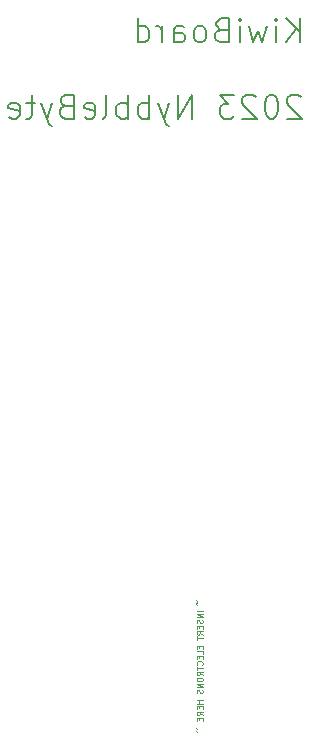
<source format=gbr>
%TF.GenerationSoftware,KiCad,Pcbnew,7.0.1*%
%TF.CreationDate,2023-03-31T16:58:59-04:00*%
%TF.ProjectId,KiwiBoard,4b697769-426f-4617-9264-2e6b69636164,rev?*%
%TF.SameCoordinates,Original*%
%TF.FileFunction,Legend,Bot*%
%TF.FilePolarity,Positive*%
%FSLAX46Y46*%
G04 Gerber Fmt 4.6, Leading zero omitted, Abs format (unit mm)*
G04 Created by KiCad (PCBNEW 7.0.1) date 2023-03-31 16:58:59*
%MOMM*%
%LPD*%
G01*
G04 APERTURE LIST*
%ADD10C,0.125000*%
%ADD11C,0.150000*%
G04 APERTURE END LIST*
D10*
X86862428Y-97075619D02*
X86791000Y-97170857D01*
X86791000Y-97170857D02*
X86862428Y-97266095D01*
X86862428Y-97361333D02*
X86791000Y-97456571D01*
X86791000Y-97456571D02*
X86862428Y-97551809D01*
X87314809Y-98099427D02*
X86814809Y-98099427D01*
X87314809Y-98337522D02*
X86814809Y-98337522D01*
X86814809Y-98337522D02*
X87314809Y-98623236D01*
X87314809Y-98623236D02*
X86814809Y-98623236D01*
X87291000Y-98837523D02*
X87314809Y-98908951D01*
X87314809Y-98908951D02*
X87314809Y-99027999D01*
X87314809Y-99027999D02*
X87291000Y-99075618D01*
X87291000Y-99075618D02*
X87267190Y-99099427D01*
X87267190Y-99099427D02*
X87219571Y-99123237D01*
X87219571Y-99123237D02*
X87171952Y-99123237D01*
X87171952Y-99123237D02*
X87124333Y-99099427D01*
X87124333Y-99099427D02*
X87100523Y-99075618D01*
X87100523Y-99075618D02*
X87076714Y-99027999D01*
X87076714Y-99027999D02*
X87052904Y-98932761D01*
X87052904Y-98932761D02*
X87029095Y-98885142D01*
X87029095Y-98885142D02*
X87005285Y-98861332D01*
X87005285Y-98861332D02*
X86957666Y-98837523D01*
X86957666Y-98837523D02*
X86910047Y-98837523D01*
X86910047Y-98837523D02*
X86862428Y-98861332D01*
X86862428Y-98861332D02*
X86838619Y-98885142D01*
X86838619Y-98885142D02*
X86814809Y-98932761D01*
X86814809Y-98932761D02*
X86814809Y-99051808D01*
X86814809Y-99051808D02*
X86838619Y-99123237D01*
X87052904Y-99337522D02*
X87052904Y-99504189D01*
X87314809Y-99575617D02*
X87314809Y-99337522D01*
X87314809Y-99337522D02*
X86814809Y-99337522D01*
X86814809Y-99337522D02*
X86814809Y-99575617D01*
X87314809Y-100075617D02*
X87076714Y-99908951D01*
X87314809Y-99789903D02*
X86814809Y-99789903D01*
X86814809Y-99789903D02*
X86814809Y-99980379D01*
X86814809Y-99980379D02*
X86838619Y-100027998D01*
X86838619Y-100027998D02*
X86862428Y-100051808D01*
X86862428Y-100051808D02*
X86910047Y-100075617D01*
X86910047Y-100075617D02*
X86981476Y-100075617D01*
X86981476Y-100075617D02*
X87029095Y-100051808D01*
X87029095Y-100051808D02*
X87052904Y-100027998D01*
X87052904Y-100027998D02*
X87076714Y-99980379D01*
X87076714Y-99980379D02*
X87076714Y-99789903D01*
X86814809Y-100218475D02*
X86814809Y-100504189D01*
X87314809Y-100361332D02*
X86814809Y-100361332D01*
X87052904Y-101051807D02*
X87052904Y-101218474D01*
X87314809Y-101289902D02*
X87314809Y-101051807D01*
X87314809Y-101051807D02*
X86814809Y-101051807D01*
X86814809Y-101051807D02*
X86814809Y-101289902D01*
X87314809Y-101742283D02*
X87314809Y-101504188D01*
X87314809Y-101504188D02*
X86814809Y-101504188D01*
X87052904Y-101908950D02*
X87052904Y-102075617D01*
X87314809Y-102147045D02*
X87314809Y-101908950D01*
X87314809Y-101908950D02*
X86814809Y-101908950D01*
X86814809Y-101908950D02*
X86814809Y-102147045D01*
X87267190Y-102647045D02*
X87291000Y-102623236D01*
X87291000Y-102623236D02*
X87314809Y-102551807D01*
X87314809Y-102551807D02*
X87314809Y-102504188D01*
X87314809Y-102504188D02*
X87291000Y-102432760D01*
X87291000Y-102432760D02*
X87243380Y-102385141D01*
X87243380Y-102385141D02*
X87195761Y-102361331D01*
X87195761Y-102361331D02*
X87100523Y-102337522D01*
X87100523Y-102337522D02*
X87029095Y-102337522D01*
X87029095Y-102337522D02*
X86933857Y-102361331D01*
X86933857Y-102361331D02*
X86886238Y-102385141D01*
X86886238Y-102385141D02*
X86838619Y-102432760D01*
X86838619Y-102432760D02*
X86814809Y-102504188D01*
X86814809Y-102504188D02*
X86814809Y-102551807D01*
X86814809Y-102551807D02*
X86838619Y-102623236D01*
X86838619Y-102623236D02*
X86862428Y-102647045D01*
X86814809Y-102789903D02*
X86814809Y-103075617D01*
X87314809Y-102932760D02*
X86814809Y-102932760D01*
X87314809Y-103527997D02*
X87076714Y-103361331D01*
X87314809Y-103242283D02*
X86814809Y-103242283D01*
X86814809Y-103242283D02*
X86814809Y-103432759D01*
X86814809Y-103432759D02*
X86838619Y-103480378D01*
X86838619Y-103480378D02*
X86862428Y-103504188D01*
X86862428Y-103504188D02*
X86910047Y-103527997D01*
X86910047Y-103527997D02*
X86981476Y-103527997D01*
X86981476Y-103527997D02*
X87029095Y-103504188D01*
X87029095Y-103504188D02*
X87052904Y-103480378D01*
X87052904Y-103480378D02*
X87076714Y-103432759D01*
X87076714Y-103432759D02*
X87076714Y-103242283D01*
X86814809Y-103837521D02*
X86814809Y-103932759D01*
X86814809Y-103932759D02*
X86838619Y-103980378D01*
X86838619Y-103980378D02*
X86886238Y-104027997D01*
X86886238Y-104027997D02*
X86981476Y-104051807D01*
X86981476Y-104051807D02*
X87148142Y-104051807D01*
X87148142Y-104051807D02*
X87243380Y-104027997D01*
X87243380Y-104027997D02*
X87291000Y-103980378D01*
X87291000Y-103980378D02*
X87314809Y-103932759D01*
X87314809Y-103932759D02*
X87314809Y-103837521D01*
X87314809Y-103837521D02*
X87291000Y-103789902D01*
X87291000Y-103789902D02*
X87243380Y-103742283D01*
X87243380Y-103742283D02*
X87148142Y-103718474D01*
X87148142Y-103718474D02*
X86981476Y-103718474D01*
X86981476Y-103718474D02*
X86886238Y-103742283D01*
X86886238Y-103742283D02*
X86838619Y-103789902D01*
X86838619Y-103789902D02*
X86814809Y-103837521D01*
X87314809Y-104266093D02*
X86814809Y-104266093D01*
X86814809Y-104266093D02*
X87314809Y-104551807D01*
X87314809Y-104551807D02*
X86814809Y-104551807D01*
X87291000Y-104766094D02*
X87314809Y-104837522D01*
X87314809Y-104837522D02*
X87314809Y-104956570D01*
X87314809Y-104956570D02*
X87291000Y-105004189D01*
X87291000Y-105004189D02*
X87267190Y-105027998D01*
X87267190Y-105027998D02*
X87219571Y-105051808D01*
X87219571Y-105051808D02*
X87171952Y-105051808D01*
X87171952Y-105051808D02*
X87124333Y-105027998D01*
X87124333Y-105027998D02*
X87100523Y-105004189D01*
X87100523Y-105004189D02*
X87076714Y-104956570D01*
X87076714Y-104956570D02*
X87052904Y-104861332D01*
X87052904Y-104861332D02*
X87029095Y-104813713D01*
X87029095Y-104813713D02*
X87005285Y-104789903D01*
X87005285Y-104789903D02*
X86957666Y-104766094D01*
X86957666Y-104766094D02*
X86910047Y-104766094D01*
X86910047Y-104766094D02*
X86862428Y-104789903D01*
X86862428Y-104789903D02*
X86838619Y-104813713D01*
X86838619Y-104813713D02*
X86814809Y-104861332D01*
X86814809Y-104861332D02*
X86814809Y-104980379D01*
X86814809Y-104980379D02*
X86838619Y-105051808D01*
X87314809Y-105647045D02*
X86814809Y-105647045D01*
X87052904Y-105647045D02*
X87052904Y-105932759D01*
X87314809Y-105932759D02*
X86814809Y-105932759D01*
X87052904Y-106170855D02*
X87052904Y-106337522D01*
X87314809Y-106408950D02*
X87314809Y-106170855D01*
X87314809Y-106170855D02*
X86814809Y-106170855D01*
X86814809Y-106170855D02*
X86814809Y-106408950D01*
X87314809Y-106908950D02*
X87076714Y-106742284D01*
X87314809Y-106623236D02*
X86814809Y-106623236D01*
X86814809Y-106623236D02*
X86814809Y-106813712D01*
X86814809Y-106813712D02*
X86838619Y-106861331D01*
X86838619Y-106861331D02*
X86862428Y-106885141D01*
X86862428Y-106885141D02*
X86910047Y-106908950D01*
X86910047Y-106908950D02*
X86981476Y-106908950D01*
X86981476Y-106908950D02*
X87029095Y-106885141D01*
X87029095Y-106885141D02*
X87052904Y-106861331D01*
X87052904Y-106861331D02*
X87076714Y-106813712D01*
X87076714Y-106813712D02*
X87076714Y-106623236D01*
X87052904Y-107123236D02*
X87052904Y-107289903D01*
X87314809Y-107361331D02*
X87314809Y-107123236D01*
X87314809Y-107123236D02*
X86814809Y-107123236D01*
X86814809Y-107123236D02*
X86814809Y-107361331D01*
X86862428Y-107885141D02*
X86791000Y-107980379D01*
X86791000Y-107980379D02*
X86862428Y-108075617D01*
X86862428Y-108170855D02*
X86791000Y-108266093D01*
X86791000Y-108266093D02*
X86862428Y-108361331D01*
D11*
X95535809Y-49917238D02*
X95535809Y-47917238D01*
X94392952Y-49917238D02*
X95250095Y-48774380D01*
X94392952Y-47917238D02*
X95535809Y-49060095D01*
X93535809Y-49917238D02*
X93535809Y-48583904D01*
X93535809Y-47917238D02*
X93631047Y-48012476D01*
X93631047Y-48012476D02*
X93535809Y-48107714D01*
X93535809Y-48107714D02*
X93440571Y-48012476D01*
X93440571Y-48012476D02*
X93535809Y-47917238D01*
X93535809Y-47917238D02*
X93535809Y-48107714D01*
X92773904Y-48583904D02*
X92392952Y-49917238D01*
X92392952Y-49917238D02*
X92011999Y-48964857D01*
X92011999Y-48964857D02*
X91631047Y-49917238D01*
X91631047Y-49917238D02*
X91250095Y-48583904D01*
X90488190Y-49917238D02*
X90488190Y-48583904D01*
X90488190Y-47917238D02*
X90583428Y-48012476D01*
X90583428Y-48012476D02*
X90488190Y-48107714D01*
X90488190Y-48107714D02*
X90392952Y-48012476D01*
X90392952Y-48012476D02*
X90488190Y-47917238D01*
X90488190Y-47917238D02*
X90488190Y-48107714D01*
X88869142Y-48869619D02*
X88583428Y-48964857D01*
X88583428Y-48964857D02*
X88488190Y-49060095D01*
X88488190Y-49060095D02*
X88392952Y-49250571D01*
X88392952Y-49250571D02*
X88392952Y-49536285D01*
X88392952Y-49536285D02*
X88488190Y-49726761D01*
X88488190Y-49726761D02*
X88583428Y-49822000D01*
X88583428Y-49822000D02*
X88773904Y-49917238D01*
X88773904Y-49917238D02*
X89535809Y-49917238D01*
X89535809Y-49917238D02*
X89535809Y-47917238D01*
X89535809Y-47917238D02*
X88869142Y-47917238D01*
X88869142Y-47917238D02*
X88678666Y-48012476D01*
X88678666Y-48012476D02*
X88583428Y-48107714D01*
X88583428Y-48107714D02*
X88488190Y-48298190D01*
X88488190Y-48298190D02*
X88488190Y-48488666D01*
X88488190Y-48488666D02*
X88583428Y-48679142D01*
X88583428Y-48679142D02*
X88678666Y-48774380D01*
X88678666Y-48774380D02*
X88869142Y-48869619D01*
X88869142Y-48869619D02*
X89535809Y-48869619D01*
X87250095Y-49917238D02*
X87440571Y-49822000D01*
X87440571Y-49822000D02*
X87535809Y-49726761D01*
X87535809Y-49726761D02*
X87631047Y-49536285D01*
X87631047Y-49536285D02*
X87631047Y-48964857D01*
X87631047Y-48964857D02*
X87535809Y-48774380D01*
X87535809Y-48774380D02*
X87440571Y-48679142D01*
X87440571Y-48679142D02*
X87250095Y-48583904D01*
X87250095Y-48583904D02*
X86964380Y-48583904D01*
X86964380Y-48583904D02*
X86773904Y-48679142D01*
X86773904Y-48679142D02*
X86678666Y-48774380D01*
X86678666Y-48774380D02*
X86583428Y-48964857D01*
X86583428Y-48964857D02*
X86583428Y-49536285D01*
X86583428Y-49536285D02*
X86678666Y-49726761D01*
X86678666Y-49726761D02*
X86773904Y-49822000D01*
X86773904Y-49822000D02*
X86964380Y-49917238D01*
X86964380Y-49917238D02*
X87250095Y-49917238D01*
X84869142Y-49917238D02*
X84869142Y-48869619D01*
X84869142Y-48869619D02*
X84964380Y-48679142D01*
X84964380Y-48679142D02*
X85154856Y-48583904D01*
X85154856Y-48583904D02*
X85535809Y-48583904D01*
X85535809Y-48583904D02*
X85726285Y-48679142D01*
X84869142Y-49822000D02*
X85059618Y-49917238D01*
X85059618Y-49917238D02*
X85535809Y-49917238D01*
X85535809Y-49917238D02*
X85726285Y-49822000D01*
X85726285Y-49822000D02*
X85821523Y-49631523D01*
X85821523Y-49631523D02*
X85821523Y-49441047D01*
X85821523Y-49441047D02*
X85726285Y-49250571D01*
X85726285Y-49250571D02*
X85535809Y-49155333D01*
X85535809Y-49155333D02*
X85059618Y-49155333D01*
X85059618Y-49155333D02*
X84869142Y-49060095D01*
X83916761Y-49917238D02*
X83916761Y-48583904D01*
X83916761Y-48964857D02*
X83821523Y-48774380D01*
X83821523Y-48774380D02*
X83726285Y-48679142D01*
X83726285Y-48679142D02*
X83535809Y-48583904D01*
X83535809Y-48583904D02*
X83345332Y-48583904D01*
X81821523Y-49917238D02*
X81821523Y-47917238D01*
X81821523Y-49822000D02*
X82011999Y-49917238D01*
X82011999Y-49917238D02*
X82392952Y-49917238D01*
X82392952Y-49917238D02*
X82583428Y-49822000D01*
X82583428Y-49822000D02*
X82678666Y-49726761D01*
X82678666Y-49726761D02*
X82773904Y-49536285D01*
X82773904Y-49536285D02*
X82773904Y-48964857D01*
X82773904Y-48964857D02*
X82678666Y-48774380D01*
X82678666Y-48774380D02*
X82583428Y-48679142D01*
X82583428Y-48679142D02*
X82392952Y-48583904D01*
X82392952Y-48583904D02*
X82011999Y-48583904D01*
X82011999Y-48583904D02*
X81821523Y-48679142D01*
X95631047Y-54587714D02*
X95535809Y-54492476D01*
X95535809Y-54492476D02*
X95345333Y-54397238D01*
X95345333Y-54397238D02*
X94869142Y-54397238D01*
X94869142Y-54397238D02*
X94678666Y-54492476D01*
X94678666Y-54492476D02*
X94583428Y-54587714D01*
X94583428Y-54587714D02*
X94488190Y-54778190D01*
X94488190Y-54778190D02*
X94488190Y-54968666D01*
X94488190Y-54968666D02*
X94583428Y-55254380D01*
X94583428Y-55254380D02*
X95726285Y-56397238D01*
X95726285Y-56397238D02*
X94488190Y-56397238D01*
X93250095Y-54397238D02*
X93059618Y-54397238D01*
X93059618Y-54397238D02*
X92869142Y-54492476D01*
X92869142Y-54492476D02*
X92773904Y-54587714D01*
X92773904Y-54587714D02*
X92678666Y-54778190D01*
X92678666Y-54778190D02*
X92583428Y-55159142D01*
X92583428Y-55159142D02*
X92583428Y-55635333D01*
X92583428Y-55635333D02*
X92678666Y-56016285D01*
X92678666Y-56016285D02*
X92773904Y-56206761D01*
X92773904Y-56206761D02*
X92869142Y-56302000D01*
X92869142Y-56302000D02*
X93059618Y-56397238D01*
X93059618Y-56397238D02*
X93250095Y-56397238D01*
X93250095Y-56397238D02*
X93440571Y-56302000D01*
X93440571Y-56302000D02*
X93535809Y-56206761D01*
X93535809Y-56206761D02*
X93631047Y-56016285D01*
X93631047Y-56016285D02*
X93726285Y-55635333D01*
X93726285Y-55635333D02*
X93726285Y-55159142D01*
X93726285Y-55159142D02*
X93631047Y-54778190D01*
X93631047Y-54778190D02*
X93535809Y-54587714D01*
X93535809Y-54587714D02*
X93440571Y-54492476D01*
X93440571Y-54492476D02*
X93250095Y-54397238D01*
X91821523Y-54587714D02*
X91726285Y-54492476D01*
X91726285Y-54492476D02*
X91535809Y-54397238D01*
X91535809Y-54397238D02*
X91059618Y-54397238D01*
X91059618Y-54397238D02*
X90869142Y-54492476D01*
X90869142Y-54492476D02*
X90773904Y-54587714D01*
X90773904Y-54587714D02*
X90678666Y-54778190D01*
X90678666Y-54778190D02*
X90678666Y-54968666D01*
X90678666Y-54968666D02*
X90773904Y-55254380D01*
X90773904Y-55254380D02*
X91916761Y-56397238D01*
X91916761Y-56397238D02*
X90678666Y-56397238D01*
X90011999Y-54397238D02*
X88773904Y-54397238D01*
X88773904Y-54397238D02*
X89440571Y-55159142D01*
X89440571Y-55159142D02*
X89154856Y-55159142D01*
X89154856Y-55159142D02*
X88964380Y-55254380D01*
X88964380Y-55254380D02*
X88869142Y-55349619D01*
X88869142Y-55349619D02*
X88773904Y-55540095D01*
X88773904Y-55540095D02*
X88773904Y-56016285D01*
X88773904Y-56016285D02*
X88869142Y-56206761D01*
X88869142Y-56206761D02*
X88964380Y-56302000D01*
X88964380Y-56302000D02*
X89154856Y-56397238D01*
X89154856Y-56397238D02*
X89726285Y-56397238D01*
X89726285Y-56397238D02*
X89916761Y-56302000D01*
X89916761Y-56302000D02*
X90011999Y-56206761D01*
X86392951Y-56397238D02*
X86392951Y-54397238D01*
X86392951Y-54397238D02*
X85250094Y-56397238D01*
X85250094Y-56397238D02*
X85250094Y-54397238D01*
X84488189Y-55063904D02*
X84011999Y-56397238D01*
X83535808Y-55063904D02*
X84011999Y-56397238D01*
X84011999Y-56397238D02*
X84202475Y-56873428D01*
X84202475Y-56873428D02*
X84297713Y-56968666D01*
X84297713Y-56968666D02*
X84488189Y-57063904D01*
X82773903Y-56397238D02*
X82773903Y-54397238D01*
X82773903Y-55159142D02*
X82583427Y-55063904D01*
X82583427Y-55063904D02*
X82202474Y-55063904D01*
X82202474Y-55063904D02*
X82011998Y-55159142D01*
X82011998Y-55159142D02*
X81916760Y-55254380D01*
X81916760Y-55254380D02*
X81821522Y-55444857D01*
X81821522Y-55444857D02*
X81821522Y-56016285D01*
X81821522Y-56016285D02*
X81916760Y-56206761D01*
X81916760Y-56206761D02*
X82011998Y-56302000D01*
X82011998Y-56302000D02*
X82202474Y-56397238D01*
X82202474Y-56397238D02*
X82583427Y-56397238D01*
X82583427Y-56397238D02*
X82773903Y-56302000D01*
X80964379Y-56397238D02*
X80964379Y-54397238D01*
X80964379Y-55159142D02*
X80773903Y-55063904D01*
X80773903Y-55063904D02*
X80392950Y-55063904D01*
X80392950Y-55063904D02*
X80202474Y-55159142D01*
X80202474Y-55159142D02*
X80107236Y-55254380D01*
X80107236Y-55254380D02*
X80011998Y-55444857D01*
X80011998Y-55444857D02*
X80011998Y-56016285D01*
X80011998Y-56016285D02*
X80107236Y-56206761D01*
X80107236Y-56206761D02*
X80202474Y-56302000D01*
X80202474Y-56302000D02*
X80392950Y-56397238D01*
X80392950Y-56397238D02*
X80773903Y-56397238D01*
X80773903Y-56397238D02*
X80964379Y-56302000D01*
X78869141Y-56397238D02*
X79059617Y-56302000D01*
X79059617Y-56302000D02*
X79154855Y-56111523D01*
X79154855Y-56111523D02*
X79154855Y-54397238D01*
X77345331Y-56302000D02*
X77535807Y-56397238D01*
X77535807Y-56397238D02*
X77916760Y-56397238D01*
X77916760Y-56397238D02*
X78107236Y-56302000D01*
X78107236Y-56302000D02*
X78202474Y-56111523D01*
X78202474Y-56111523D02*
X78202474Y-55349619D01*
X78202474Y-55349619D02*
X78107236Y-55159142D01*
X78107236Y-55159142D02*
X77916760Y-55063904D01*
X77916760Y-55063904D02*
X77535807Y-55063904D01*
X77535807Y-55063904D02*
X77345331Y-55159142D01*
X77345331Y-55159142D02*
X77250093Y-55349619D01*
X77250093Y-55349619D02*
X77250093Y-55540095D01*
X77250093Y-55540095D02*
X78202474Y-55730571D01*
X75726283Y-55349619D02*
X75440569Y-55444857D01*
X75440569Y-55444857D02*
X75345331Y-55540095D01*
X75345331Y-55540095D02*
X75250093Y-55730571D01*
X75250093Y-55730571D02*
X75250093Y-56016285D01*
X75250093Y-56016285D02*
X75345331Y-56206761D01*
X75345331Y-56206761D02*
X75440569Y-56302000D01*
X75440569Y-56302000D02*
X75631045Y-56397238D01*
X75631045Y-56397238D02*
X76392950Y-56397238D01*
X76392950Y-56397238D02*
X76392950Y-54397238D01*
X76392950Y-54397238D02*
X75726283Y-54397238D01*
X75726283Y-54397238D02*
X75535807Y-54492476D01*
X75535807Y-54492476D02*
X75440569Y-54587714D01*
X75440569Y-54587714D02*
X75345331Y-54778190D01*
X75345331Y-54778190D02*
X75345331Y-54968666D01*
X75345331Y-54968666D02*
X75440569Y-55159142D01*
X75440569Y-55159142D02*
X75535807Y-55254380D01*
X75535807Y-55254380D02*
X75726283Y-55349619D01*
X75726283Y-55349619D02*
X76392950Y-55349619D01*
X74583426Y-55063904D02*
X74107236Y-56397238D01*
X73631045Y-55063904D02*
X74107236Y-56397238D01*
X74107236Y-56397238D02*
X74297712Y-56873428D01*
X74297712Y-56873428D02*
X74392950Y-56968666D01*
X74392950Y-56968666D02*
X74583426Y-57063904D01*
X73154854Y-55063904D02*
X72392950Y-55063904D01*
X72869140Y-54397238D02*
X72869140Y-56111523D01*
X72869140Y-56111523D02*
X72773902Y-56302000D01*
X72773902Y-56302000D02*
X72583426Y-56397238D01*
X72583426Y-56397238D02*
X72392950Y-56397238D01*
X70964378Y-56302000D02*
X71154854Y-56397238D01*
X71154854Y-56397238D02*
X71535807Y-56397238D01*
X71535807Y-56397238D02*
X71726283Y-56302000D01*
X71726283Y-56302000D02*
X71821521Y-56111523D01*
X71821521Y-56111523D02*
X71821521Y-55349619D01*
X71821521Y-55349619D02*
X71726283Y-55159142D01*
X71726283Y-55159142D02*
X71535807Y-55063904D01*
X71535807Y-55063904D02*
X71154854Y-55063904D01*
X71154854Y-55063904D02*
X70964378Y-55159142D01*
X70964378Y-55159142D02*
X70869140Y-55349619D01*
X70869140Y-55349619D02*
X70869140Y-55540095D01*
X70869140Y-55540095D02*
X71821521Y-55730571D01*
M02*

</source>
